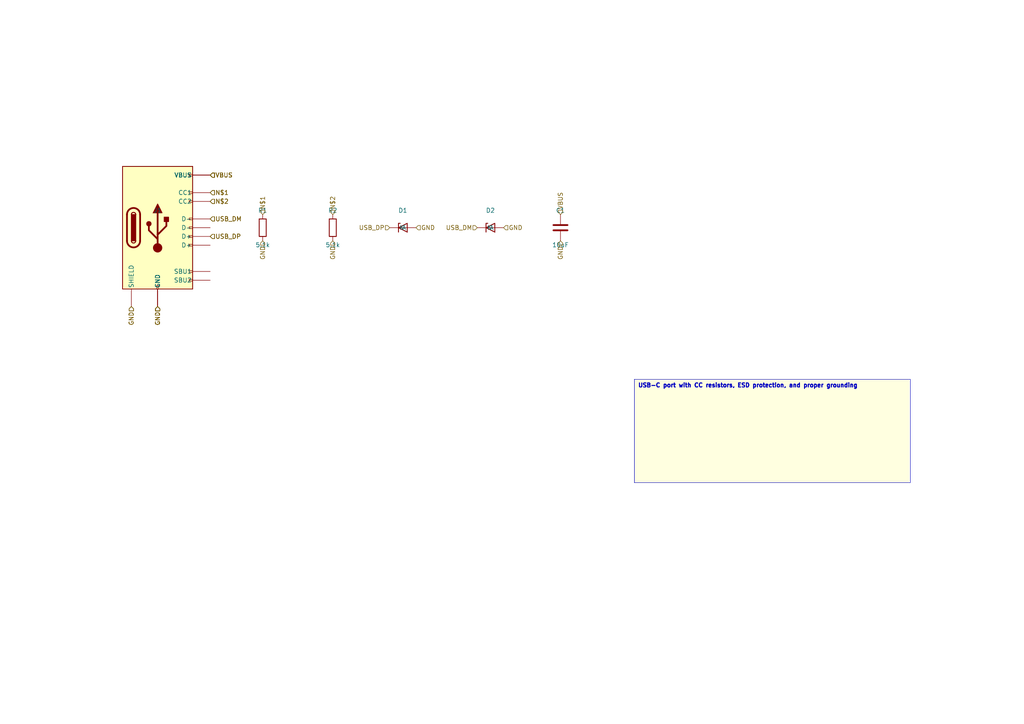
<source format=kicad_sch>
(kicad_sch (version 20250114) (generator "kicad_api") (generator_version 9.0)
  (paper A4)
  (paper A4)
  (lib_symbols
    (symbol "Connector:USB_C_Receptacle_USB2.0_16P" (pin_numbers hide) (pin_names (offset 0.254))
      (property "Reference" "J" (at 0.0 0.0 0))
      (property "Value" "USB_C_Receptacle_USB2.0_16P" (at 0.0 0.0 0))
      (symbol "USB_C_Receptacle_USB2.0_16P_0_1"
        (rectangle (start -0.254 -17.78) (end 0.254 -16.764) (stroke (width 0.0)))
        (rectangle (start 10.16 15.494) (end 9.144 14.986) (stroke (width 0.0)))
        (rectangle (start 10.16 10.414) (end 9.144 9.906) (stroke (width 0.0)))
        (rectangle (start 10.16 7.874) (end 9.144 7.366) (stroke (width 0.0)))
        (rectangle (start 10.16 2.794) (end 9.144 2.286) (stroke (width 0.0)))
        (rectangle (start 10.16 0.254) (end 9.144 -0.254) (stroke (width 0.0)))
        (rectangle (start 10.16 -2.286) (end 9.144 -2.794) (stroke (width 0.0)))
        (rectangle (start 10.16 -4.826) (end 9.144 -5.334) (stroke (width 0.0)))
        (rectangle (start 10.16 -12.446) (end 9.144 -12.954) (stroke (width 0.0)))
        (rectangle (start 10.16 -14.986) (end 9.144 -15.494) (stroke (width 0.0)))
        (rectangle (start -10.16 17.78) (end 10.16 -17.78) (stroke (width 0.254)) (fill (type background)))
        (polyline (pts (xy -8.89 -3.81) (xy -8.89 3.81)) (stroke (width 0.508)))
        (rectangle (start -7.62 -3.81) (end -6.35 3.81) (stroke (width 0.254)) (fill (type outline)))
        (arc (start -7.62 3.81) (mid -6.985 4.4423) (end -6.35 3.81) (stroke (width 0.254)))
        (arc (start -7.62 3.81) (mid -6.985 4.4423) (end -6.35 3.81) (stroke (width 0.254)))
        (arc (start -8.89 3.81) (mid -6.985 5.7067) (end -5.08 3.81) (stroke (width 0.508)))
        (arc (start -5.08 -3.81) (mid -6.985 -5.7067) (end -8.89 -3.81) (stroke (width 0.508)))
        (arc (start -6.35 -3.81) (mid -6.985 -4.4423) (end -7.62 -3.81) (stroke (width 0.254)))
        (arc (start -6.35 -3.81) (mid -6.985 -4.4423) (end -7.62 -3.81) (stroke (width 0.254)))
        (polyline (pts (xy -5.08 3.81) (xy -5.08 -3.81)) (stroke (width 0.508)))
        (circle (center -2.54 1.143) (radius 0.635) (stroke (width 0.254)) (fill (type outline)))
        (polyline (pts (xy -1.27 4.318) (xy 0.0 6.858) (xy 1.27 4.318) (xy -1.27 4.318)) (stroke (width 0.254)) (fill (type outline)))
        (polyline (pts (xy 0.0 -2.032) (xy 2.54 0.508) (xy 2.54 1.778)) (stroke (width 0.508)))
        (polyline (pts (xy 0.0 -3.302) (xy -2.54 -0.762) (xy -2.54 0.508)) (stroke (width 0.508)))
        (polyline (pts (xy 0.0 -5.842) (xy 0.0 4.318)) (stroke (width 0.508)))
        (circle (center 0.0 -5.842) (radius 1.27) (stroke (width 0.0)) (fill (type outline)))
        (rectangle (start 1.905 1.778) (end 3.175 3.048) (stroke (width 0.254)) (fill (type outline)))
      )
      (symbol "USB_C_Receptacle_USB2.0_16P_1_1"
        (pin passive line (at -7.62 -22.86 90) (length 5.08) (name SHIELD) (number S1))
        (pin passive line (at 0.0 -22.86 90) (length 5.08) (name GND) (number A1))
        (pin passive line (at 0.0 -22.86 90) (length 5.08) (name GND) (number A12))
        (pin passive line (at 0.0 -22.86 90) (length 5.08) (name GND) (number B1))
        (pin passive line (at 0.0 -22.86 90) (length 5.08) (name GND) (number B12))
        (pin passive line (at 15.24 15.24 180) (length 5.08) (name VBUS) (number A4))
        (pin passive line (at 15.24 15.24 180) (length 5.08) (name VBUS) (number A9))
        (pin passive line (at 15.24 15.24 180) (length 5.08) (name VBUS) (number B4))
        (pin passive line (at 15.24 15.24 180) (length 5.08) (name VBUS) (number B9))
        (pin bidirectional line (at 15.24 10.16 180) (length 5.08) (name CC1) (number A5))
        (pin bidirectional line (at 15.24 7.62 180) (length 5.08) (name CC2) (number B5))
        (pin bidirectional line (at 15.24 2.54 180) (length 5.08) (name D-) (number A7))
        (pin bidirectional line (at 15.24 0.0 180) (length 5.08) (name D-) (number B7))
        (pin bidirectional line (at 15.24 -2.54 180) (length 5.08) (name D+) (number A6))
        (pin bidirectional line (at 15.24 -5.08 180) (length 5.08) (name D+) (number B6))
        (pin bidirectional line (at 15.24 -12.7 180) (length 5.08) (name SBU1) (number A8))
        (pin bidirectional line (at 15.24 -15.24 180) (length 5.08) (name SBU2) (number B8))
      )
    )
    (symbol "Device:C" (pin_numbers hide) (pin_names (offset 0.254))
      (property "Reference" "C" (at 0.0 0.0 0))
      (property "Value" "C" (at 0.0 0.0 0))
      (symbol "C_0_1"
        (polyline (pts (xy -2.032 0.762) (xy 2.032 0.762)) (stroke (width 0.508)))
        (polyline (pts (xy -2.032 -0.762) (xy 2.032 -0.762)) (stroke (width 0.508)))
      )
      (symbol "C_1_1"
        (pin passive line (at 0.0 3.81 270) (length 2.794) (name ~) (number "1"))
        (pin passive line (at 0.0 -3.81 90) (length 2.794) (name ~) (number "2"))
      )
    )
    (symbol "Device:R" (pin_numbers hide) (pin_names (offset 0.254))
      (property "Reference" "R" (at 0.0 0.0 0))
      (property "Value" "R" (at 0.0 0.0 0))
      (symbol "R_0_1"
        (rectangle (start -1.016 -2.54) (end 1.016 2.54) (stroke (width 0.254)))
      )
      (symbol "R_1_1"
        (pin passive line (at 0.0 3.81 270) (length 1.27) (name ~) (number "1"))
        (pin passive line (at 0.0 -3.81 90) (length 1.27) (name ~) (number "2"))
      )
    )
    (symbol "Diode:ESD5Zxx" (pin_numbers hide) (pin_names (offset 0.254))
      (property "Reference" "D" (at 0.0 0.0 0))
      (property "Value" "ESD5Zxx" (at 0.0 0.0 0))
      (symbol "ESD5Zxx_0_1"
        (polyline (pts (xy -1.27 -1.27) (xy -1.27 1.27) (xy -0.762 1.27)) (stroke (width 0.254)))
        (polyline (pts (xy 1.27 0.0) (xy -1.27 0.0)) (stroke (width 0.0)))
        (polyline (pts (xy 1.27 -1.27) (xy 1.27 1.27) (xy -1.27 0.0) (xy 1.27 -1.27)) (stroke (width 0.254)))
      )
      (symbol "ESD5Zxx_1_1"
        (pin passive line (at -3.81 0.0 0) (length 2.54) (name K) (number "1"))
        (pin passive line (at 3.81 0.0 180) (length 2.54) (name A) (number "2"))
      )
    )
  )
  (title_block (title USB_Port) (date 2025-08-01) (company Circuit-Synth))
  (symbol (lib_id Connector:USB_C_Receptacle_USB2.0_16P) (at 45.72 66.04 0)
    (property "Reference" "J1" (at 45.72 61.040000000000006 0))
    (property "Footprint" "Connector_USB:USB_C_Receptacle_GCT_USB4105-xx-A_16P_TopMnt_Horizontal" (effects (hide yes)))
    (instances (project "circuit" (path "" (reference J1) (unit 1))) (project "ESP32_C6_Dev_Board" (path "" (reference J1) (unit 1))))
  )
  (symbol (lib_id Device:R) (at 76.2 66.04 0)
    (property "Reference" "R1" (at 76.2 61.040000000000006 0))
    (property "Value" "5.1k" (at 76.2 71.04 0))
    (property "Footprint" "Resistor_SMD:R_0603_1608Metric" (effects (hide yes)))
    (instances (project "circuit" (path "" (reference R1) (unit 1))) (project "ESP32_C6_Dev_Board" (path "" (reference R1) (unit 1))))
  )
  (symbol (lib_id Device:R) (at 96.52 66.04 0)
    (property "Reference" "R2" (at 96.52 61.040000000000006 0))
    (property "Value" "5.1k" (at 96.52 71.04 0))
    (property "Footprint" "Resistor_SMD:R_0603_1608Metric" (effects (hide yes)))
    (instances (project "circuit" (path "" (reference R2) (unit 1))) (project "ESP32_C6_Dev_Board" (path "" (reference R2) (unit 1))))
  )
  (symbol (lib_id Diode:ESD5Zxx) (at 116.84 66.04 0)
    (property "Reference" "D1" (at 116.84 61.040000000000006 0))
    (property "Footprint" "Diode_SMD:D_SOD-523" (effects (hide yes)))
    (instances (project "circuit" (path "" (reference D1) (unit 1))) (project "ESP32_C6_Dev_Board" (path "" (reference D1) (unit 1))))
  )
  (symbol (lib_id Diode:ESD5Zxx) (at 142.24 66.04 0)
    (property "Reference" "D2" (at 142.24 61.040000000000006 0))
    (property "Footprint" "Diode_SMD:D_SOD-523" (effects (hide yes)))
    (instances (project "circuit" (path "" (reference D2) (unit 1))) (project "ESP32_C6_Dev_Board" (path "" (reference D2) (unit 1))))
  )
  (symbol (lib_id Device:C) (at 162.56 66.04 0)
    (property "Reference" "C1" (at 162.56 61.040000000000006 0))
    (property "Value" "10uF" (at 162.56 71.04 0))
    (property "Footprint" "Capacitor_SMD:C_0805_2012Metric" (effects (hide yes)))
    (instances (project "circuit" (path "" (reference C1) (unit 1))) (project "ESP32_C6_Dev_Board" (path "" (reference C1) (unit 1))))
  )
  (hierarchical_label GND (shape input) (at 38.1 88.9 270))
  (hierarchical_label GND (shape input) (at 45.72 88.9 270))
  (hierarchical_label GND (shape input) (at 45.72 88.9 270))
  (hierarchical_label GND (shape input) (at 45.72 88.9 270))
  (hierarchical_label GND (shape input) (at 45.72 88.9 270))
  (hierarchical_label GND (shape input) (at 38.1 88.9 270))
  (hierarchical_label GND (shape input) (at 76.2 69.85000000000001 270))
  (hierarchical_label GND (shape input) (at 96.52 69.85000000000001 270))
  (hierarchical_label GND (shape input) (at 120.65 66.04 0))
  (hierarchical_label GND (shape input) (at 146.05 66.04 0))
  (hierarchical_label GND (shape input) (at 162.56 69.85000000000001 270))
  (hierarchical_label VBUS (shape input) (at 60.96 50.800000000000004 0))
  (hierarchical_label VBUS (shape input) (at 60.96 50.800000000000004 0))
  (hierarchical_label VBUS (shape input) (at 60.96 50.800000000000004 0))
  (hierarchical_label VBUS (shape input) (at 60.96 50.800000000000004 0))
  (hierarchical_label VBUS (shape input) (at 162.56 62.230000000000004 90))
  (hierarchical_label N$1 (shape input) (at 60.96 55.88000000000001 0))
  (hierarchical_label N$1 (shape input) (at 60.96 55.88000000000001 0))
  (hierarchical_label N$1 (shape input) (at 76.2 62.230000000000004 90))
  (hierarchical_label N$2 (shape input) (at 60.96 58.42000000000001 0))
  (hierarchical_label N$2 (shape input) (at 60.96 58.42000000000001 0))
  (hierarchical_label N$2 (shape input) (at 96.52 62.230000000000004 90))
  (hierarchical_label USB_DM (shape input) (at 60.96 63.50000000000001 0))
  (hierarchical_label USB_DM (shape input) (at 60.96 63.50000000000001 0))
  (hierarchical_label USB_DM (shape input) (at 138.43 66.04 180))
  (hierarchical_label USB_DP (shape input) (at 60.96 68.58000000000001 0))
  (hierarchical_label USB_DP (shape input) (at 60.96 68.58000000000001 0))
  (hierarchical_label USB_DP (shape input) (at 113.03 66.04 180))
  (text_box "USB-C port with CC resistors, ESD protection, and proper grounding" (exclude_from_sim yes) (at 184.0 110.0 0) (size 80.0 30.0) (margins 1.0 1.0 1.0 1.0) (stroke (width 0.1)) (fill (type color) (color 255 255 224 1)) (effects (font (size 1.2 1.2) (thickness 0.254)) (justify left top)))
  (text_box "USB-C port with CC resistors, ESD protection, and proper grounding" (exclude_from_sim yes) (at 184.0 110.0 0) (size 80.0 30.0) (margins 1.0 1.0 1.0 1.0) (stroke (width 0.1)) (fill (type color) (color 255 255 224 1)) (effects (font (size 1.2 1.2) (thickness 0.254)) (justify left top)))
)
</source>
